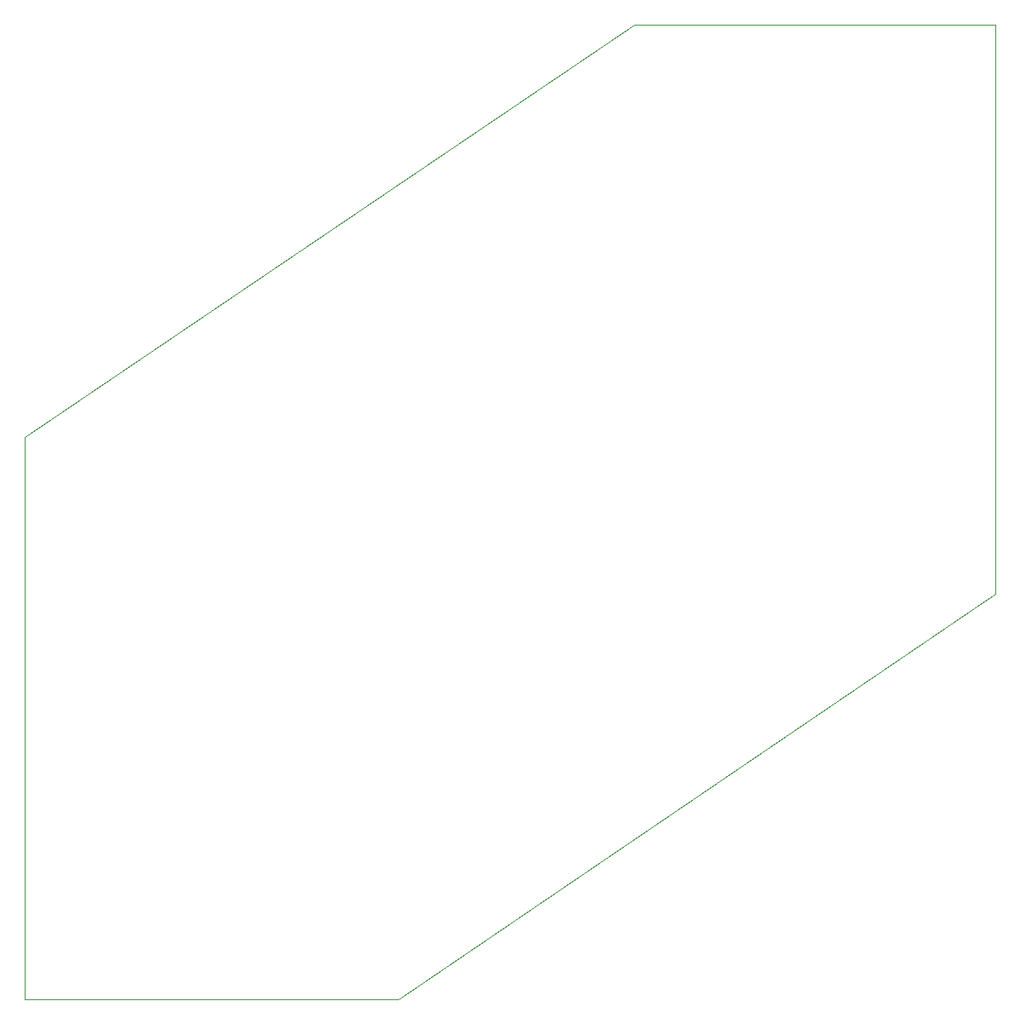
<source format=gbr>
%TF.GenerationSoftware,KiCad,Pcbnew,7.0.7*%
%TF.CreationDate,2024-01-01T13:21:05+01:00*%
%TF.ProjectId,A500-Kickadapter,41353030-2d4b-4696-936b-616461707465,rev?*%
%TF.SameCoordinates,Original*%
%TF.FileFunction,Profile,NP*%
%FSLAX46Y46*%
G04 Gerber Fmt 4.6, Leading zero omitted, Abs format (unit mm)*
G04 Created by KiCad (PCBNEW 7.0.7) date 2024-01-01 13:21:05*
%MOMM*%
%LPD*%
G01*
G04 APERTURE LIST*
%TA.AperFunction,Profile*%
%ADD10C,0.100000*%
%TD*%
G04 APERTURE END LIST*
D10*
X98107500Y-132080000D02*
X135255000Y-132080000D01*
X194627500Y-35242500D02*
X194627500Y-91757500D01*
X158750000Y-35242500D02*
X98107500Y-76200000D01*
X194627500Y-35242500D02*
X158750000Y-35242500D01*
X98107500Y-132080000D02*
X98107500Y-76200000D01*
X135255000Y-132080000D02*
X194627500Y-91757500D01*
M02*

</source>
